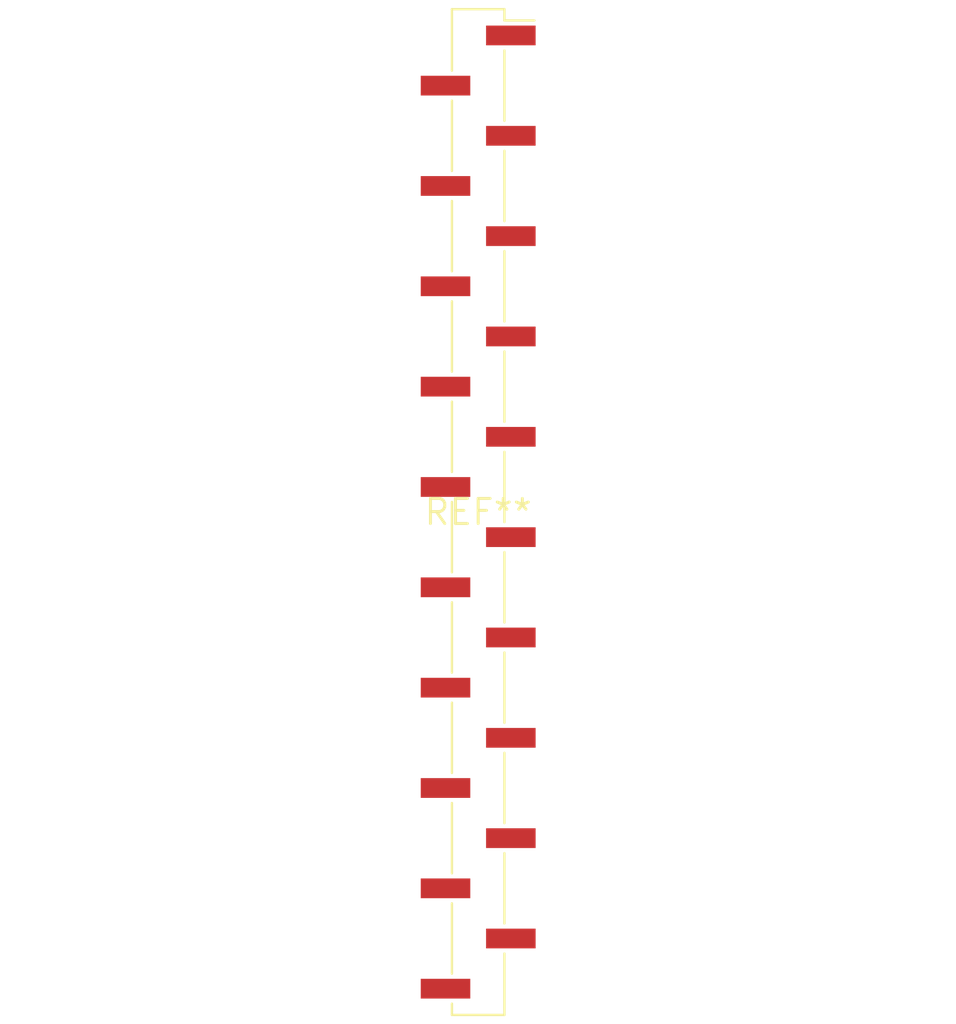
<source format=kicad_pcb>
(kicad_pcb (version 20240108) (generator pcbnew)
  (layers (0 "F.Cu" signal) (31 "B.Cu" signal) (34 "B.Paste" user) (35 "F.Paste" user) (36 "B.SilkS" user "B.Silkscreen") (37 "F.SilkS" user "F.Silkscreen") (38 "B.Mask" user) (39 "F.Mask" user) (44 "Edge.Cuts" user))
  (net 0 "")
  (footprint "PinHeader_1x20_P2.54mm_Vertical_SMD_Pin1Right" (layer "F.Cu") (at 0 0)
    (property "Reference" "REF**")
    (property "Value" "PinHeader_1x20_P2.54mm_Vertical_SMD_Pin1Right")
    (fp_line (start -1.33 -25.46) (end -1.33 -22.35) (layer "F.SilkS") (stroke (width 0.12)))
    (fp_line (start -1.33 -25.46) (end 1.33 -25.46) (layer "F.SilkS") (stroke (width 0.12)))
    (fp_line (start -1.33 -20.83) (end -1.33 -17.27) (layer "F.SilkS") (stroke (width 0.12)))
    (fp_line (start -1.33 -15.75) (end -1.33 -12.19) (layer "F.SilkS") (stroke (width 0.12)))
    (fp_line (start -1.33 -10.67) (end -1.33 -7.11) (layer "F.SilkS") (stroke (width 0.12)))
    (fp_line (start -1.33 -5.59) (end -1.33 -2.03) (layer "F.SilkS") (stroke (width 0.12)))
    (fp_line (start -1.33 -0.51) (end -1.33 3.05) (layer "F.SilkS") (stroke (width 0.12)))
    (fp_line (start -1.33 4.57) (end -1.33 8.13) (layer "F.SilkS") (stroke (width 0.12)))
    (fp_line (start -1.33 9.65) (end -1.33 13.21) (layer "F.SilkS") (stroke (width 0.12)))
    (fp_line (start -1.33 14.73) (end -1.33 18.29) (layer "F.SilkS") (stroke (width 0.12)))
    (fp_line (start -1.33 19.81) (end -1.33 23.37) (layer "F.SilkS") (stroke (width 0.12)))
    (fp_line (start -1.33 24.89) (end -1.33 25.46) (layer "F.SilkS") (stroke (width 0.12)))
    (fp_line (start -1.33 25.46) (end 1.33 25.46) (layer "F.SilkS") (stroke (width 0.12)))
    (fp_line (start 1.33 -25.46) (end 1.33 -24.89) (layer "F.SilkS") (stroke (width 0.12)))
    (fp_line (start 1.33 -24.89) (end 2.85 -24.89) (layer "F.SilkS") (stroke (width 0.12)))
    (fp_line (start 1.33 -23.37) (end 1.33 -19.81) (layer "F.SilkS") (stroke (width 0.12)))
    (fp_line (start 1.33 -18.29) (end 1.33 -14.73) (layer "F.SilkS") (stroke (width 0.12)))
    (fp_line (start 1.33 -13.21) (end 1.33 -9.65) (layer "F.SilkS") (stroke (width 0.12)))
    (fp_line (start 1.33 -8.13) (end 1.33 -4.57) (layer "F.SilkS") (stroke (width 0.12)))
    (fp_line (start 1.33 -3.05) (end 1.33 0.51) (layer "F.SilkS") (stroke (width 0.12)))
    (fp_line (start 1.33 2.03) (end 1.33 5.59) (layer "F.SilkS") (stroke (width 0.12)))
    (fp_line (start 1.33 7.11) (end 1.33 10.67) (layer "F.SilkS") (stroke (width 0.12)))
    (fp_line (start 1.33 12.19) (end 1.33 15.75) (layer "F.SilkS") (stroke (width 0.12)))
    (fp_line (start 1.33 17.27) (end 1.33 20.83) (layer "F.SilkS") (stroke (width 0.12)))
    (fp_line (start 1.33 22.35) (end 1.33 25.46) (layer "F.SilkS") (stroke (width 0.12)))
    (pad "1" smd rect (at 1.655 -24.13) (size 2.51 1) (layers "F.Cu" "F.Paste" "F.Mask"))
    (pad "2" smd rect (at -1.655 -21.59) (size 2.51 1) (layers "F.Cu" "F.Paste" "F.Mask"))
    (pad "3" smd rect (at 1.655 -19.05) (size 2.51 1) (layers "F.Cu" "F.Paste" "F.Mask"))
    (pad "4" smd rect (at -1.655 -16.51) (size 2.51 1) (layers "F.Cu" "F.Paste" "F.Mask"))
    (pad "5" smd rect (at 1.655 -13.97) (size 2.51 1) (layers "F.Cu" "F.Paste" "F.Mask"))
    (pad "6" smd rect (at -1.655 -11.43) (size 2.51 1) (layers "F.Cu" "F.Paste" "F.Mask"))
    (pad "7" smd rect (at 1.655 -8.89) (size 2.51 1) (layers "F.Cu" "F.Paste" "F.Mask"))
    (pad "8" smd rect (at -1.655 -6.35) (size 2.51 1) (layers "F.Cu" "F.Paste" "F.Mask"))
    (pad "9" smd rect (at 1.655 -3.81) (size 2.51 1) (layers "F.Cu" "F.Paste" "F.Mask"))
    (pad "10" smd rect (at -1.655 -1.27) (size 2.51 1) (layers "F.Cu" "F.Paste" "F.Mask"))
    (pad "11" smd rect (at 1.655 1.27) (size 2.51 1) (layers "F.Cu" "F.Paste" "F.Mask"))
    (pad "12" smd rect (at -1.655 3.81) (size 2.51 1) (layers "F.Cu" "F.Paste" "F.Mask"))
    (pad "13" smd rect (at 1.655 6.35) (size 2.51 1) (layers "F.Cu" "F.Paste" "F.Mask"))
    (pad "14" smd rect (at -1.655 8.89) (size 2.51 1) (layers "F.Cu" "F.Paste" "F.Mask"))
    (pad "15" smd rect (at 1.655 11.43) (size 2.51 1) (layers "F.Cu" "F.Paste" "F.Mask"))
    (pad "16" smd rect (at -1.655 13.97) (size 2.51 1) (layers "F.Cu" "F.Paste" "F.Mask"))
    (pad "17" smd rect (at 1.655 16.51) (size 2.51 1) (layers "F.Cu" "F.Paste" "F.Mask"))
    (pad "18" smd rect (at -1.655 19.05) (size 2.51 1) (layers "F.Cu" "F.Paste" "F.Mask"))
    (pad "19" smd rect (at 1.655 21.59) (size 2.51 1) (layers "F.Cu" "F.Paste" "F.Mask"))
    (pad "20" smd rect (at -1.655 24.13) (size 2.51 1) (layers "F.Cu" "F.Paste" "F.Mask"))
  )
)
</source>
